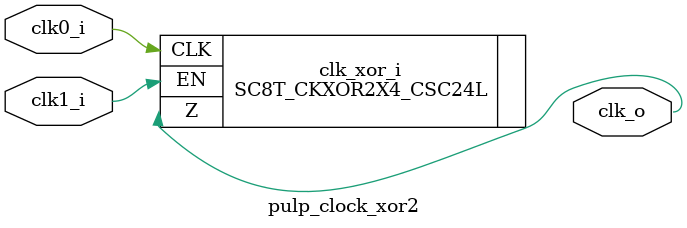
<source format=sv>
/* Copyright (C) 2017 ETH Zurich, University of Bologna
 * All rights reserved.
 *
 * This code is under development and not yet released to the public.
 * Until it is released, the code is under the copyright of ETH Zurich and
 * the University of Bologna, and may contain confidential and/or unpublished
 * work. Any reuse/redistribution is strictly forbidden without written
 * permission from ETH Zurich.
 *
 * Bug fixes and contributions will eventually be released under the
 * SolderPad open hardware license in the context of the PULP platform
 * (http://www.pulp-platform.org), under the copyright of ETH Zurich and the
 * University of Bologna.
 */


`ifndef GF_TRACK
  `define GF_TRACK  8
`endif

`ifndef GF_VT
  `define GF_VT     L
`endif

`ifndef GF_LEN
  `define GF_LEN   24
`endif

//andy hack: support different standard cell libraries by setting `GF_TRACK,
//`GF_VT and `GF_LEN
// SC8T_CKGPRELATNX1_CSC24L
`define GF_PREICG(t,v,c)  SC``t``T_CKXOR2X4_CSC``c``v

module pulp_clock_xor2
(
   input  logic clk0_i,
   input  logic clk1_i,
   output logic clk_o
);

  `GF_PREICG(`GF_TRACK, `GF_VT, `GF_LEN) clk_xor_i
   (
      .Z(clk_o),
      .CLK(clk0_i),
      .EN(clk1_i) 
   );

endmodule



</source>
